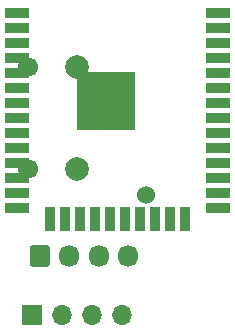
<source format=gbr>
%TF.GenerationSoftware,KiCad,Pcbnew,(5.1.9-0-10_14)*%
%TF.CreationDate,2021-05-03T13:31:12+01:00*%
%TF.ProjectId,Keypad,4b657970-6164-42e6-9b69-6361645f7063,4*%
%TF.SameCoordinates,Original*%
%TF.FileFunction,Soldermask,Top*%
%TF.FilePolarity,Negative*%
%FSLAX46Y46*%
G04 Gerber Fmt 4.6, Leading zero omitted, Abs format (unit mm)*
G04 Created by KiCad (PCBNEW (5.1.9-0-10_14)) date 2021-05-03 13:31:12*
%MOMM*%
%LPD*%
G01*
G04 APERTURE LIST*
%ADD10C,1.700000*%
%ADD11C,2.000000*%
%ADD12O,1.700000X1.850000*%
%ADD13O,1.700000X1.700000*%
%ADD14R,1.700000X1.700000*%
%ADD15C,1.524000*%
%ADD16R,2.000000X0.900000*%
%ADD17R,0.900000X2.000000*%
%ADD18R,5.000000X5.000000*%
G04 APERTURE END LIST*
D10*
%TO.C,J2*%
X111890000Y-106875000D03*
X111890000Y-115525000D03*
D11*
X116070000Y-106875000D03*
X116070000Y-115525000D03*
%TD*%
D12*
%TO.C,J1*%
X120400000Y-122900000D03*
X117900000Y-122900000D03*
X115400000Y-122900000D03*
G36*
G01*
X112050000Y-123575000D02*
X112050000Y-122225000D01*
G75*
G02*
X112300000Y-121975000I250000J0D01*
G01*
X113500000Y-121975000D01*
G75*
G02*
X113750000Y-122225000I0J-250000D01*
G01*
X113750000Y-123575000D01*
G75*
G02*
X113500000Y-123825000I-250000J0D01*
G01*
X112300000Y-123825000D01*
G75*
G02*
X112050000Y-123575000I0J250000D01*
G01*
G37*
%TD*%
D13*
%TO.C,J3*%
X119820000Y-127900000D03*
X117280000Y-127900000D03*
X114740000Y-127900000D03*
D14*
X112200000Y-127900000D03*
%TD*%
D15*
%TO.C,U2*%
X121925000Y-117725000D03*
%TD*%
D16*
%TO.C,U1*%
X128000000Y-102295000D03*
X128000000Y-103565000D03*
X128000000Y-104835000D03*
X128000000Y-106105000D03*
X128000000Y-107375000D03*
X128000000Y-108645000D03*
X128000000Y-109915000D03*
X128000000Y-111185000D03*
X128000000Y-112455000D03*
X128000000Y-113725000D03*
X128000000Y-114995000D03*
X128000000Y-116265000D03*
X128000000Y-117535000D03*
X128000000Y-118805000D03*
D17*
X125215000Y-119805000D03*
X123945000Y-119805000D03*
X122675000Y-119805000D03*
X121405000Y-119805000D03*
X120135000Y-119805000D03*
X118865000Y-119805000D03*
X117595000Y-119805000D03*
X116325000Y-119805000D03*
X115055000Y-119805000D03*
X113785000Y-119805000D03*
D16*
X111000000Y-118805000D03*
X111000000Y-117535000D03*
X111000000Y-116265000D03*
X111000000Y-114995000D03*
X111000000Y-113725000D03*
X111000000Y-112455000D03*
X111000000Y-111185000D03*
X111000000Y-109915000D03*
X111000000Y-108645000D03*
X111000000Y-107375000D03*
X111000000Y-106105000D03*
X111000000Y-104835000D03*
X111000000Y-103565000D03*
X111000000Y-102295000D03*
D18*
X118500000Y-109795000D03*
%TD*%
M02*

</source>
